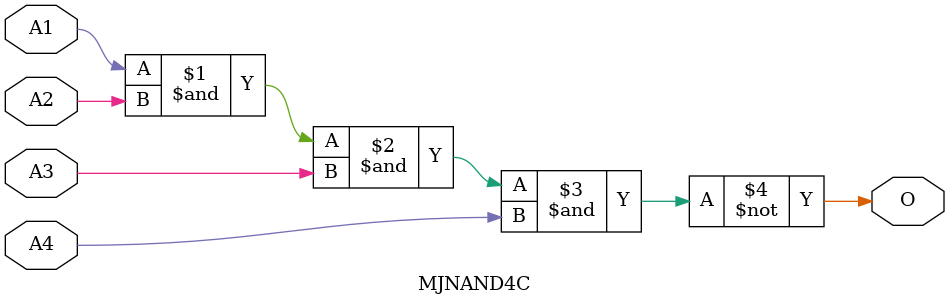
<source format=v>
module MJNAND4C(A1, A2, A3, A4, O);
input   A1;
input   A2;
input   A3;
input   A4;
output  O;
nand g0(O, A1, A2, A3, A4);
endmodule
</source>
